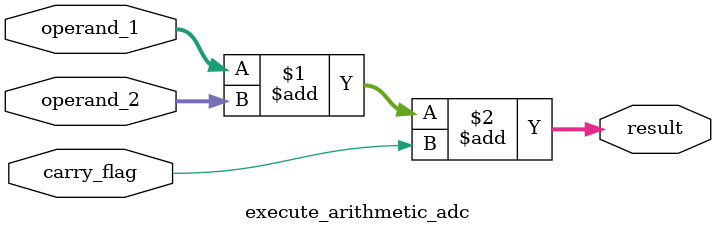
<source format=sv>
module execute_arithmetic_adc #(
    // parameter
    BIT_WIDTH = 32
) (
    // ports
    input  logic [BIT_WIDTH-1:0] operand_1,
    input  logic [BIT_WIDTH-1:0] operand_2,
    input  logic                 carry_flag,
    output logic [BIT_WIDTH-1:0] result
);

assign result = operand_1 + operand_2 + carry_flag;

endmodule

</source>
